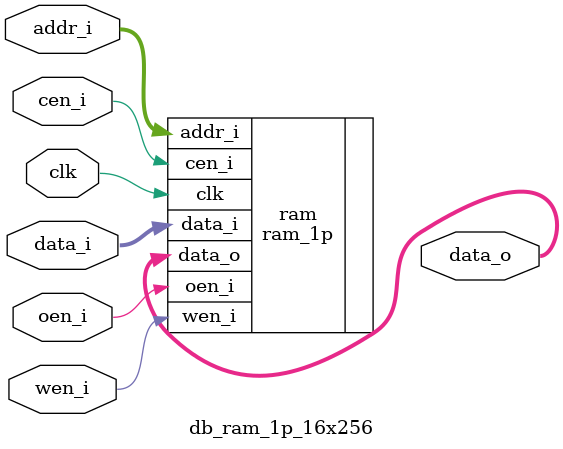
<source format=v>

`include "enc_defines.v"

module db_ram_1p_16x256 (
  clk    ,
  cen_i  ,
  oen_i  ,
  wen_i  ,
  addr_i ,
  data_i ,
  data_o
);

//*** PARAMETER DECLARATION ****************************************************

  localparam Word_Width = 16 ;
  localparam Addr_Width = 8  ;


//*** INPUT/OUTPUT DECLARATION *************************************************

  input                     clk    ;
  input                     cen_i  ;
  input                     oen_i  ;
  input                     wen_i  ;
  input   [Addr_Width-1:0]  addr_i ;
  input   [Word_Width-1:0]  data_i ;
  output  [Word_Width-1:0]  data_o ;


//*** MAIN BODY ****************************************************************

  ram_1p #(
    .Addr_Width    ( Addr_Width    ),
    .Word_Width    ( Word_Width    )
  ) ram (                          
    .clk           ( clk           ),
    .cen_i         ( cen_i         ),
    .oen_i         ( oen_i         ),
    .wen_i         ( wen_i         ),
    .addr_i        ( addr_i        ),
    .data_i        ( data_i        ),
    .data_o        ( data_o        )
    );


endmodule

</source>
